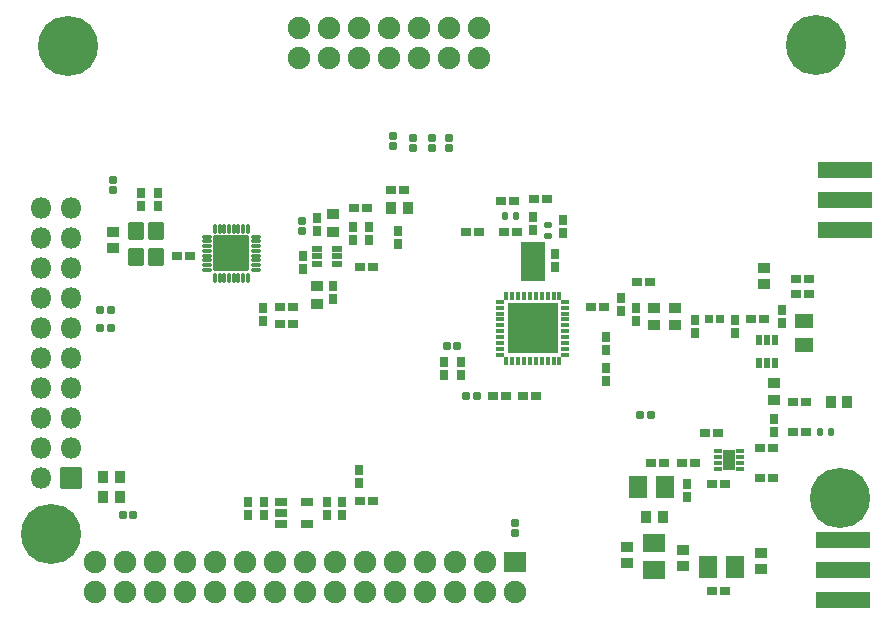
<source format=gbr>
%TF.GenerationSoftware,KiCad,Pcbnew,8.0.6*%
%TF.CreationDate,2024-11-23T19:50:46+06:00*%
%TF.ProjectId,sicomm_slaveboard_BK4819_v2,7369636f-6d6d-45f7-936c-617665626f61,rev?*%
%TF.SameCoordinates,Original*%
%TF.FileFunction,Soldermask,Top*%
%TF.FilePolarity,Negative*%
%FSLAX46Y46*%
G04 Gerber Fmt 4.6, Leading zero omitted, Abs format (unit mm)*
G04 Created by KiCad (PCBNEW 8.0.6) date 2024-11-23 19:50:46*
%MOMM*%
%LPD*%
G01*
G04 APERTURE LIST*
G04 Aperture macros list*
%AMRoundRect*
0 Rectangle with rounded corners*
0 $1 Rounding radius*
0 $2 $3 $4 $5 $6 $7 $8 $9 X,Y pos of 4 corners*
0 Add a 4 corners polygon primitive as box body*
4,1,4,$2,$3,$4,$5,$6,$7,$8,$9,$2,$3,0*
0 Add four circle primitives for the rounded corners*
1,1,$1+$1,$2,$3*
1,1,$1+$1,$4,$5*
1,1,$1+$1,$6,$7*
1,1,$1+$1,$8,$9*
0 Add four rect primitives between the rounded corners*
20,1,$1+$1,$2,$3,$4,$5,0*
20,1,$1+$1,$4,$5,$6,$7,0*
20,1,$1+$1,$6,$7,$8,$9,0*
20,1,$1+$1,$8,$9,$2,$3,0*%
G04 Aperture macros list end*
%ADD10RoundRect,0.050800X2.100000X-2.100000X2.100000X2.100000X-2.100000X2.100000X-2.100000X-2.100000X0*%
%ADD11RoundRect,0.050800X1.000000X-1.600000X1.000000X1.600000X-1.000000X1.600000X-1.000000X-1.600000X0*%
%ADD12RoundRect,0.050800X-0.282850X-0.270000X0.282850X-0.270000X0.282850X0.270000X-0.282850X0.270000X0*%
%ADD13RoundRect,0.050800X-0.270000X0.395050X-0.270000X-0.395050X0.270000X-0.395050X0.270000X0.395050X0*%
%ADD14RoundRect,0.050800X-0.395050X-0.270000X0.395050X-0.270000X0.395050X0.270000X-0.395050X0.270000X0*%
%ADD15RoundRect,0.050800X-0.432000X0.400000X-0.432000X-0.400000X0.432000X-0.400000X0.432000X0.400000X0*%
%ADD16RoundRect,0.050800X0.688500X-0.566250X0.688500X0.566250X-0.688500X0.566250X-0.688500X-0.566250X0*%
%ADD17RoundRect,0.050800X-0.175000X-0.390000X0.175000X-0.390000X0.175000X0.390000X-0.175000X0.390000X0*%
%ADD18RoundRect,0.050800X-2.250000X0.650000X-2.250000X-0.650000X2.250000X-0.650000X2.250000X0.650000X0*%
%ADD19RoundRect,0.050800X-0.200000X0.275000X-0.200000X-0.275000X0.200000X-0.275000X0.200000X0.275000X0*%
%ADD20RoundRect,0.050800X0.395050X0.270000X-0.395050X0.270000X-0.395050X-0.270000X0.395050X-0.270000X0*%
%ADD21RoundRect,0.050800X-0.600000X0.700000X-0.600000X-0.700000X0.600000X-0.700000X0.600000X0.700000X0*%
%ADD22RoundRect,0.050800X-0.100000X-0.350000X0.100000X-0.350000X0.100000X0.350000X-0.100000X0.350000X0*%
%ADD23RoundRect,0.050800X1.450000X1.450000X-1.450000X1.450000X-1.450000X-1.450000X1.450000X-1.450000X0*%
%ADD24RoundRect,0.050800X-0.350000X-0.100000X0.350000X-0.100000X0.350000X0.100000X-0.350000X0.100000X0*%
%ADD25RoundRect,0.050800X0.270000X-0.395050X0.270000X0.395050X-0.270000X0.395050X-0.270000X-0.395050X0*%
%ADD26RoundRect,0.050800X-0.450000X0.400000X-0.450000X-0.400000X0.450000X-0.400000X0.450000X0.400000X0*%
%ADD27RoundRect,0.050800X0.390000X-0.175000X0.390000X0.175000X-0.390000X0.175000X-0.390000X-0.175000X0*%
%ADD28RoundRect,0.050800X0.270000X-0.282850X0.270000X0.282850X-0.270000X0.282850X-0.270000X-0.282850X0*%
%ADD29RoundRect,0.050800X0.432000X-0.403250X0.432000X0.403250X-0.432000X0.403250X-0.432000X-0.403250X0*%
%ADD30RoundRect,0.050800X-0.432000X0.403250X-0.432000X-0.403250X0.432000X-0.403250X0.432000X0.403250X0*%
%ADD31RoundRect,0.050800X-0.270000X0.282850X-0.270000X-0.282850X0.270000X-0.282850X0.270000X0.282850X0*%
%ADD32RoundRect,0.050800X0.400000X0.432000X-0.400000X0.432000X-0.400000X-0.432000X0.400000X-0.432000X0*%
%ADD33RoundRect,0.050800X0.400000X0.450000X-0.400000X0.450000X-0.400000X-0.450000X0.400000X-0.450000X0*%
%ADD34RoundRect,0.050800X0.450000X-0.400000X0.450000X0.400000X-0.450000X0.400000X-0.450000X-0.400000X0*%
%ADD35RoundRect,0.050800X0.918000X-0.742500X0.918000X0.742500X-0.918000X0.742500X-0.918000X-0.742500X0*%
%ADD36RoundRect,0.050800X0.742500X0.918000X-0.742500X0.918000X-0.742500X-0.918000X0.742500X-0.918000X0*%
%ADD37RoundRect,0.050800X-0.742500X-0.918000X0.742500X-0.918000X0.742500X0.918000X-0.742500X0.918000X0*%
%ADD38RoundRect,0.050800X0.200000X-0.275000X0.200000X0.275000X-0.200000X0.275000X-0.200000X-0.275000X0*%
%ADD39RoundRect,0.050800X-0.275000X-0.200000X0.275000X-0.200000X0.275000X0.200000X-0.275000X0.200000X0*%
%ADD40RoundRect,0.050800X0.250000X0.324000X-0.250000X0.324000X-0.250000X-0.324000X0.250000X-0.324000X0*%
%ADD41RoundRect,0.050800X0.282850X0.270000X-0.282850X0.270000X-0.282850X-0.270000X0.282850X-0.270000X0*%
%ADD42RoundRect,0.050800X0.403250X0.432000X-0.403250X0.432000X-0.403250X-0.432000X0.403250X-0.432000X0*%
%ADD43RoundRect,0.050800X-0.403250X-0.432000X0.403250X-0.432000X0.403250X0.432000X-0.403250X0.432000X0*%
%ADD44RoundRect,0.050000X-0.500000X0.300000X-0.500000X-0.300000X0.500000X-0.300000X0.500000X0.300000X0*%
%ADD45O,0.401600X0.701600*%
%ADD46O,0.701600X0.401600*%
%ADD47RoundRect,0.050800X0.252500X-0.140000X0.252500X0.140000X-0.252500X0.140000X-0.252500X-0.140000X0*%
%ADD48RoundRect,0.050800X0.450000X-0.825000X0.450000X0.825000X-0.450000X0.825000X-0.450000X-0.825000X0*%
%ADD49O,1.901600X1.901600*%
%ADD50O,1.801600X1.801600*%
%ADD51RoundRect,0.050800X0.850000X-0.850000X0.850000X0.850000X-0.850000X0.850000X-0.850000X-0.850000X0*%
%ADD52RoundRect,0.050800X0.900000X0.787400X-0.900000X0.787400X-0.900000X-0.787400X0.900000X-0.787400X0*%
%ADD53O,5.101600X5.101600*%
G04 APERTURE END LIST*
D10*
%TO.C,Pad_gge255906*%
X33147000Y-10376900D03*
%TD*%
D11*
%TO.C,Pad_gge257249*%
X33147000Y-4788900D03*
%TD*%
D12*
%TO.C,R6*%
X43104800Y-17742900D03*
X42239200Y-17742900D03*
%TD*%
D13*
%TO.C,C7*%
X54229000Y-9943100D03*
X54229000Y-8852900D03*
%TD*%
D14*
%TO.C,C13*%
X56298100Y-19177000D03*
X55207900Y-19177000D03*
%TD*%
D15*
%TO.C,L6*%
X52705000Y-5269100D03*
X52705000Y-6668900D03*
%TD*%
D16*
%TO.C,R8*%
X56134000Y-9795000D03*
X56134000Y-11795000D03*
%TD*%
D17*
%TO.C,U4*%
X52309000Y-13309100D03*
X52959000Y-13309100D03*
X53609000Y-13309100D03*
X53609000Y-11328900D03*
X52959000Y-11328900D03*
X52309000Y-11328900D03*
%TD*%
D18*
%TO.C,LNA_IN*%
X59563000Y3058000D03*
X59563000Y-2042000D03*
X59563000Y508100D03*
%TD*%
D19*
%TO.C,NC*%
X57462000Y-19177100D03*
X58361900Y-19177100D03*
%TD*%
D14*
%TO.C,C3*%
X43090100Y-6439900D03*
X41999900Y-6439900D03*
%TD*%
D13*
%TO.C,C12*%
X40640000Y-8890000D03*
X40640000Y-7799800D03*
%TD*%
%TO.C,U2*%
X0Y0D03*
X0Y1090200D03*
%TD*%
D20*
%TO.C,C26*%
X51651900Y-9614900D03*
X52742100Y-9614900D03*
%TD*%
D21*
%TO.C,X2*%
X-494000Y-2164800D03*
X-494000Y-4365000D03*
X1256000Y-4365000D03*
X1256000Y-2164800D03*
%TD*%
D22*
%TO.C,BK4819*%
X6220000Y-6084000D03*
X6620000Y-6084000D03*
X7020100Y-6084000D03*
X7420100Y-6084000D03*
X7819900Y-6084000D03*
X8219900Y-6084000D03*
X8620000Y-6084000D03*
X9020000Y-6084000D03*
X9020000Y-1970000D03*
X8620000Y-1970000D03*
X8219900Y-1970000D03*
X7819900Y-1970000D03*
X7420100Y-1970000D03*
X7020100Y-1970000D03*
X6620000Y-1970000D03*
X6220000Y-1970000D03*
D23*
X7620000Y-4027200D03*
D24*
X5563100Y-2627100D03*
X5563100Y-3026900D03*
X5563100Y-3427000D03*
X5563100Y-3827000D03*
X5563100Y-4227100D03*
X5563100Y-4627100D03*
X5563100Y-5026900D03*
X5563100Y-5426900D03*
X9676900Y-5426900D03*
X9676900Y-5026900D03*
X9676900Y-4627100D03*
X9676900Y-4227100D03*
X9676900Y-3827000D03*
X9676900Y-3427000D03*
X9676900Y-3026900D03*
X9676900Y-2627100D03*
%TD*%
D20*
%TO.C,C25*%
X21171900Y1307100D03*
X22262100Y1307100D03*
%TD*%
D25*
%TO.C,C209*%
X16256000Y-6783800D03*
X16256000Y-7874000D03*
%TD*%
D13*
%TO.C,C210*%
X13716000Y-5334000D03*
X13716000Y-4243800D03*
%TD*%
%TO.C,C211*%
X14859000Y-2159000D03*
X14859000Y-1068800D03*
%TD*%
%TO.C,C212*%
X17907000Y-2921000D03*
X17907000Y-1830800D03*
%TD*%
D20*
%TO.C,C213*%
X18504900Y-5207000D03*
X19595100Y-5207000D03*
%TD*%
D14*
%TO.C,C224*%
X4101100Y-4280900D03*
X3010900Y-4280900D03*
%TD*%
D26*
%TO.C,C225*%
X-2413000Y-3583900D03*
X-2413000Y-2183900D03*
%TD*%
D13*
%TO.C,C228*%
X10287000Y-9779000D03*
X10287000Y-8688800D03*
%TD*%
D25*
%TO.C,C254*%
X1397000Y1090200D03*
X1397000Y0D03*
%TD*%
D14*
%TO.C,L45*%
X12864100Y-8598900D03*
X11773900Y-8598900D03*
%TD*%
D20*
%TO.C,L46*%
X11773900Y-9995900D03*
X12864100Y-9995900D03*
%TD*%
D27*
%TO.C,PE4259*%
X16588000Y-4930900D03*
X16588000Y-4280900D03*
X16588000Y-3630900D03*
X14908000Y-3630900D03*
X14908000Y-4280900D03*
X14908000Y-4930900D03*
%TD*%
D28*
%TO.C,R1*%
X13589000Y-1308100D03*
X13589000Y-2173700D03*
%TD*%
D29*
%TO.C,R12*%
X16256000Y-733500D03*
X16256000Y-2240300D03*
%TD*%
D30*
%TO.C,R108*%
X14859000Y-8336300D03*
X14859000Y-6829500D03*
%TD*%
D31*
%TO.C,R115*%
X-2413000Y1345200D03*
X-2413000Y2210800D03*
%TD*%
D20*
%TO.C,C10*%
X47714900Y-19266900D03*
X48805100Y-19266900D03*
%TD*%
%TO.C,C11*%
X48349900Y-23584900D03*
X49440100Y-23584900D03*
%TD*%
D12*
%TO.C,R7*%
X-710200Y-26162000D03*
X-1575800Y-26162000D03*
%TD*%
D20*
%TO.C,C8*%
X55461900Y-7493000D03*
X56552100Y-7493000D03*
%TD*%
D14*
%TO.C,C9*%
X56552100Y-6223000D03*
X55461900Y-6223000D03*
%TD*%
D20*
%TO.C,C6*%
X55207900Y-16599900D03*
X56298100Y-16599900D03*
%TD*%
D32*
%TO.C,L2*%
X59755000Y-16599900D03*
X58355000Y-16599900D03*
%TD*%
D25*
%TO.C,U1*%
X18415000Y-22404800D03*
X18415000Y-23495000D03*
%TD*%
D18*
%TO.C,ANT*%
X59436000Y-28274000D03*
X59436000Y-33373800D03*
X59436000Y-30823900D03*
%TD*%
D13*
%TO.C,C1*%
X10414000Y-26199100D03*
X10414000Y-25108900D03*
%TD*%
D20*
%TO.C,C20*%
X32347900Y-16091900D03*
X33438100Y-16091900D03*
%TD*%
D25*
%TO.C,C22*%
X39370000Y-13768800D03*
X39370000Y-14859000D03*
%TD*%
D26*
%TO.C,C28*%
X45847000Y-30507900D03*
X45847000Y-29107900D03*
%TD*%
D20*
%TO.C,C29*%
X48349900Y-32601900D03*
X49440100Y-32601900D03*
%TD*%
D14*
%TO.C,C30*%
X46900100Y-21806900D03*
X45809900Y-21806900D03*
%TD*%
D33*
%TO.C,C31*%
X42734000Y-26378900D03*
X44134000Y-26378900D03*
%TD*%
D14*
%TO.C,C32*%
X44233100Y-21806900D03*
X43142900Y-21806900D03*
%TD*%
D34*
%TO.C,C33*%
X41148000Y-28853900D03*
X41148000Y-30253900D03*
%TD*%
D25*
%TO.C,C34*%
X46228000Y-23547800D03*
X46228000Y-24638000D03*
%TD*%
D14*
%TO.C,C35*%
X53504100Y-20536900D03*
X52413900Y-20536900D03*
%TD*%
D34*
%TO.C,C41*%
X52451000Y-29361900D03*
X52451000Y-30761900D03*
%TD*%
D14*
%TO.C,C54*%
X53504100Y-23076900D03*
X52413900Y-23076900D03*
%TD*%
D13*
%TO.C,C55*%
X53594000Y-19177000D03*
X53594000Y-18086800D03*
%TD*%
%TO.C,C58*%
X50292000Y-10795000D03*
X50292000Y-9704800D03*
%TD*%
%TO.C,C59*%
X46863000Y-10795000D03*
X46863000Y-9704800D03*
%TD*%
%TO.C,C60*%
X41910000Y-9779000D03*
X41910000Y-8688800D03*
%TD*%
D34*
%TO.C,C61*%
X45212000Y-8660900D03*
X45212000Y-10060900D03*
%TD*%
D13*
%TO.C,C103*%
X21717000Y-3212100D03*
X21717000Y-2121900D03*
%TD*%
D14*
%TO.C,C105*%
X19087100Y-216900D03*
X17996900Y-216900D03*
%TD*%
D13*
%TO.C,C129*%
X19304000Y-2921000D03*
X19304000Y-1830800D03*
%TD*%
%TO.C,C160*%
X15748000Y-26162000D03*
X15748000Y-25071800D03*
%TD*%
D25*
%TO.C,C161*%
X17018000Y-25071800D03*
X17018000Y-26162000D03*
%TD*%
%TO.C,C163*%
X9017000Y-25108900D03*
X9017000Y-26199100D03*
%TD*%
D14*
%TO.C,C235*%
X30898100Y-16091900D03*
X29807900Y-16091900D03*
%TD*%
D13*
%TO.C,C236*%
X25654000Y-14351000D03*
X25654000Y-13260800D03*
%TD*%
D25*
%TO.C,C237*%
X27051000Y-13260800D03*
X27051000Y-14351000D03*
%TD*%
D20*
%TO.C,C238*%
X27521900Y-2248900D03*
X28612100Y-2248900D03*
%TD*%
D14*
%TO.C,C239*%
X34327100Y545100D03*
X33236900Y545100D03*
%TD*%
%TO.C,C240*%
X31533100Y418100D03*
X30442900Y418100D03*
%TD*%
D25*
%TO.C,C241*%
X35687000Y-1195800D03*
X35687000Y-2286000D03*
%TD*%
D20*
%TO.C,C242*%
X30696900Y-2248900D03*
X31787100Y-2248900D03*
%TD*%
D13*
%TO.C,C243*%
X33147000Y-2032000D03*
X33147000Y-941800D03*
%TD*%
D25*
%TO.C,C244*%
X35052000Y-4116800D03*
X35052000Y-5207000D03*
%TD*%
D14*
%TO.C,C245*%
X39153100Y-8598900D03*
X38062900Y-8598900D03*
%TD*%
D25*
%TO.C,C246*%
X39370000Y-11101800D03*
X39370000Y-12192000D03*
%TD*%
D15*
%TO.C,L1*%
X53594000Y-15010900D03*
X53594000Y-16410900D03*
%TD*%
D35*
%TO.C,L3*%
X43434000Y-28538400D03*
X43434000Y-30823400D03*
%TD*%
D36*
%TO.C,L4*%
X48006500Y-30569900D03*
X50291500Y-30569900D03*
%TD*%
D37*
%TO.C,L5*%
X44322500Y-23838900D03*
X42037500Y-23838900D03*
%TD*%
D38*
%TO.C,L7*%
X31692100Y-851900D03*
X30791900Y-851900D03*
%TD*%
D39*
%TO.C,L8*%
X34417000Y-2572000D03*
X34417000Y-1671800D03*
%TD*%
D40*
%TO.C,L14*%
X48947800Y-9614900D03*
X48080200Y-9614900D03*
%TD*%
D15*
%TO.C,L15*%
X43434000Y-8660900D03*
X43434000Y-10060900D03*
%TD*%
D32*
%TO.C,L54*%
X22544000Y-216900D03*
X21144000Y-216900D03*
%TD*%
D41*
%TO.C,R26*%
X-3480800Y-10376900D03*
X-2615200Y-10376900D03*
%TD*%
D31*
%TO.C,R27*%
X31623000Y-27700700D03*
X31623000Y-26835100D03*
%TD*%
D12*
%TO.C,R28*%
X-2615200Y-8852900D03*
X-3480800Y-8852900D03*
%TD*%
D42*
%TO.C,R31*%
X-3293400Y-24638000D03*
X-1786600Y-24638000D03*
%TD*%
D43*
%TO.C,R32*%
X-1786600Y-22987000D03*
X-3293400Y-22987000D03*
%TD*%
D12*
%TO.C,R116*%
X28372800Y-16091900D03*
X27507200Y-16091900D03*
%TD*%
%TO.C,R117*%
X26721800Y-11900900D03*
X25856200Y-11900900D03*
%TD*%
D44*
%TO.C,U19*%
X11853900Y-25997900D03*
X11853900Y-26947900D03*
X11853900Y-25047900D03*
X14054100Y-26947900D03*
X14054100Y-25047900D03*
%TD*%
D45*
%TO.C,U23*%
X35395200Y-13128700D03*
X34895300Y-13128700D03*
X34395200Y-13128700D03*
X33895300Y-13128700D03*
X33395200Y-13128700D03*
X32895300Y-13128700D03*
X32395200Y-13128700D03*
X31895300Y-13128700D03*
X31395200Y-13128700D03*
X30895300Y-13128700D03*
D46*
X30395200Y-12628600D03*
X30395200Y-12128700D03*
X30395200Y-11628600D03*
X30395200Y-11128700D03*
X30395200Y-10628600D03*
X30395200Y-10128700D03*
X30395200Y-9628600D03*
X30395200Y-9128700D03*
X30395200Y-8628600D03*
X30395200Y-8128700D03*
D45*
X30895300Y-7628600D03*
X31395200Y-7628600D03*
X31895300Y-7628600D03*
X32395200Y-7628600D03*
X32895300Y-7628600D03*
X33395200Y-7628600D03*
X33895300Y-7628600D03*
X34395200Y-7628600D03*
X34895300Y-7628600D03*
X35395200Y-7628600D03*
D46*
X35895300Y-8128700D03*
X35895300Y-8628600D03*
X35895300Y-9128700D03*
X35895300Y-9628600D03*
X35895300Y-10128700D03*
X35895300Y-10628600D03*
X35895300Y-11128700D03*
X35895300Y-11628600D03*
X35895300Y-12128700D03*
X35881300Y-12621700D03*
%TD*%
D14*
%TO.C,U39*%
X19595100Y-24981900D03*
X18504900Y-24981900D03*
%TD*%
D47*
%TO.C,U44*%
X50711600Y-22303000D03*
X50711600Y-21802800D03*
X50711600Y-21303000D03*
X50711600Y-20802800D03*
X48856400Y-20802800D03*
X48856400Y-21303000D03*
X48856400Y-21802800D03*
X48856400Y-22303000D03*
D48*
X49784000Y-21552900D03*
%TD*%
D31*
%TO.C,R2*%
X26035000Y4901200D03*
X26035000Y5766800D03*
%TD*%
%TO.C,R3*%
X24638000Y4901200D03*
X24638000Y5766800D03*
%TD*%
%TO.C,R4*%
X22987000Y4901200D03*
X22987000Y5766800D03*
%TD*%
%TO.C,R5*%
X21336000Y5028200D03*
X21336000Y5893800D03*
%TD*%
D49*
%TO.C,JP3*%
X13333200Y12481100D03*
X13333200Y15021100D03*
X15873200Y12481100D03*
X15873200Y15021100D03*
X18413200Y12481100D03*
X18413200Y15021100D03*
X20953200Y12481100D03*
X20953200Y15021100D03*
X23493200Y12481100D03*
X23493200Y15021100D03*
X26033200Y12481100D03*
X26033200Y15021100D03*
X28573200Y12481100D03*
X28573200Y15021100D03*
%TD*%
D50*
%TO.C,JP2*%
X-8510800Y-218900D03*
X-5970800Y-218900D03*
X-8510800Y-2758900D03*
X-5970800Y-2758900D03*
X-8510800Y-5298900D03*
X-5970800Y-5298900D03*
X-8510800Y-7838900D03*
X-5970800Y-7838900D03*
X-8510800Y-10378900D03*
X-5970800Y-10378900D03*
X-8510800Y-12918900D03*
X-5970800Y-12918900D03*
X-8510800Y-15458900D03*
X-5970800Y-15458900D03*
X-8510800Y-17998900D03*
X-5970800Y-17998900D03*
X-8510800Y-20538900D03*
X-5970800Y-20538900D03*
X-8510800Y-23078900D03*
D51*
X-5970800Y-23078700D03*
%TD*%
D49*
%TO.C,JP1*%
X-3938800Y-32730900D03*
X-3938800Y-30190900D03*
X-1398800Y-32730900D03*
X-1398800Y-30190900D03*
X1141200Y-32730900D03*
X1141200Y-30190900D03*
X3681200Y-32730900D03*
X3681200Y-30190900D03*
X6221200Y-32730900D03*
X6221200Y-30190900D03*
X8761200Y-32730900D03*
X8761200Y-30190900D03*
X11301200Y-32730900D03*
X11301200Y-30190900D03*
X13841200Y-32730900D03*
X13841200Y-30190900D03*
X16381200Y-32730900D03*
X16381200Y-30190900D03*
X18921200Y-32730900D03*
X18921200Y-30190900D03*
X21461200Y-32730900D03*
X21461200Y-30190900D03*
X24001200Y-32730900D03*
X24001200Y-30190900D03*
X26541200Y-32730900D03*
X26541200Y-30190900D03*
X29081200Y-32730900D03*
X29081200Y-30190900D03*
X31621200Y-32730900D03*
D52*
X31621200Y-30190700D03*
%TD*%
D53*
%TO.C,Pad_gge111627*%
X-6223000Y13499100D03*
%TD*%
%TO.C,Pad_gge189569*%
X57150000Y13589000D03*
%TD*%
%TO.C,Pad_gge290440*%
X59182000Y-24727900D03*
%TD*%
%TO.C,Pad_gge303765*%
X-7620000Y-27813000D03*
%TD*%
M02*

</source>
